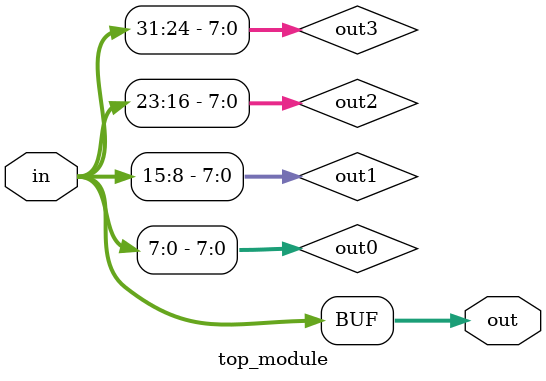
<source format=sv>
module top_module (
	input [31:0] in,
	output [31:0] out
);
	reg [7:0] out0, out1, out2, out3;

	always @ (*) begin
		out0 = in[7:0];
		out1 = in[15:8];
		out2 = in[23:16];
		out3 = in[31:24];
		out = {out3, out2, out1, out0};
	end

endmodule

</source>
